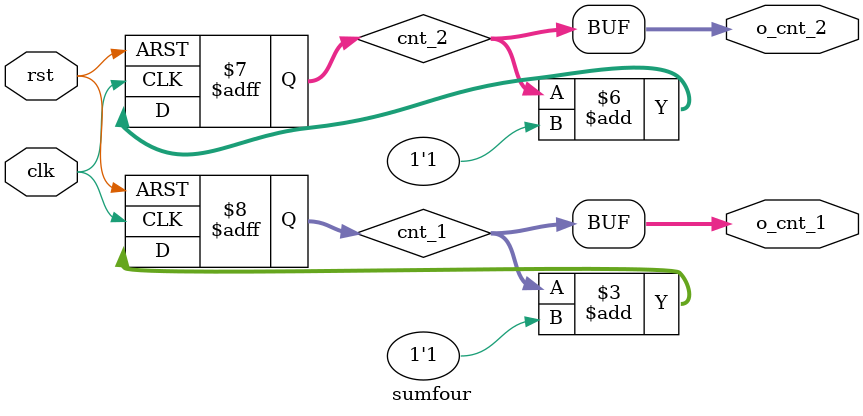
<source format=v>

module sumfour(
    input           clk,
    input           rst,
    output  [3:0]   o_cnt_1,
    output  [3:0]   o_cnt_2
);

reg [3:0]   cnt_1;
reg [3:0]   cnt_2;


// ÑéÖ¤ cnt_1 ºÍ cnt_2 Á½¸öÐÅºÅÊÇ²¢ÐÐÖ´ÐÐ always ¿éµÄÄÚÈÝ
always@(posedge clk or negedge rst) begin
    if(!rst) begin
        cnt_1 <= 0;
    end
    else begin
        cnt_1 <= cnt_1 + 1'b1;
    end
end

always@(posedge clk or negedge rst) begin
    if(!rst) begin
        cnt_2 <= 0;
    end
    else begin
        cnt_2 <= cnt_2 + 1'b1;
    end
end

assign o_cnt_1 = cnt_1;
assign o_cnt_2 = cnt_2;

endmodule
</source>
